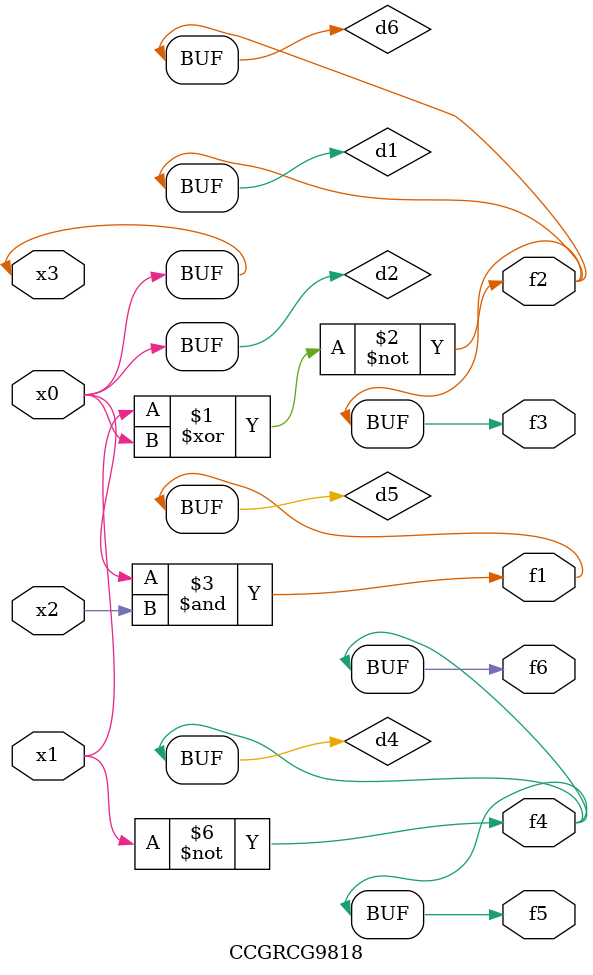
<source format=v>
module CCGRCG9818(
	input x0, x1, x2, x3,
	output f1, f2, f3, f4, f5, f6
);

	wire d1, d2, d3, d4, d5, d6;

	xnor (d1, x1, x3);
	buf (d2, x0, x3);
	nand (d3, x0, x2);
	not (d4, x1);
	nand (d5, d3);
	or (d6, d1);
	assign f1 = d5;
	assign f2 = d6;
	assign f3 = d6;
	assign f4 = d4;
	assign f5 = d4;
	assign f6 = d4;
endmodule

</source>
